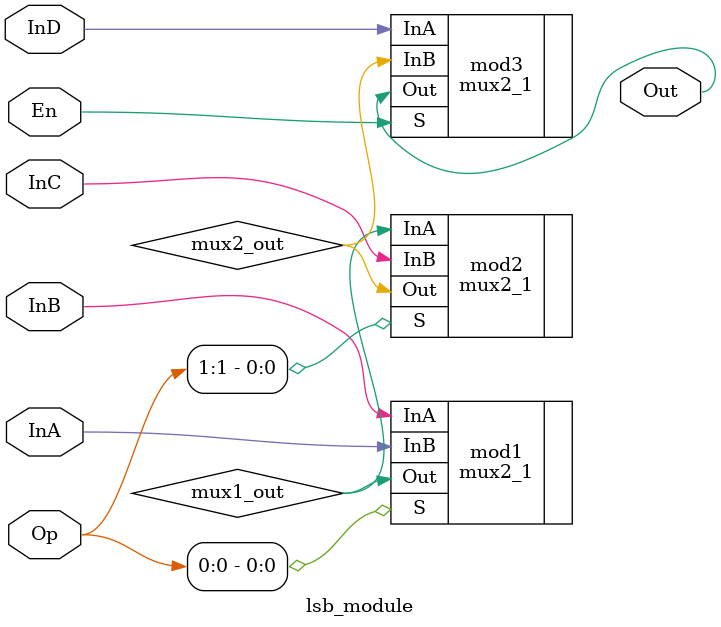
<source format=v>
/*  Author: Xuyi Ruan & Yudong Sun
 *  Description: LSB module for shifter
 *  Contains Modules:: mux2_1.v
 *
 */

module lsb_module(Out, InA, InB, InC, InD, En, Op);
    input InA, InB, InC, InD, En;
    input [1:0] Op;
    output Out;
    wire mux1_out, mux2_out;

    mux2_1 mod1(.InA(InB), .InB(InA), .S(Op[0]), .Out(mux1_out));
    mux2_1 mod2(.InA(mux1_out), .InB(InC), .S(Op[1]), .Out(mux2_out));
    mux2_1 mod3(.InA(InD), .InB(mux2_out), .S(En), .Out(Out));

endmodule

</source>
